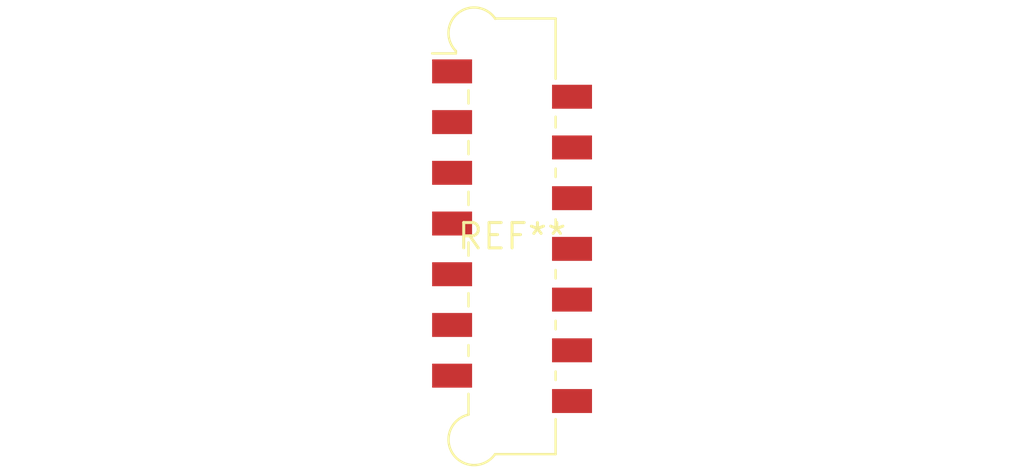
<source format=kicad_pcb>
(kicad_pcb (version 20240108) (generator pcbnew)
  (layers (0 "F.Cu" signal) (31 "B.Cu" signal) (34 "B.Paste" user) (35 "F.Paste" user) (36 "B.SilkS" user "B.Silkscreen") (37 "F.SilkS" user "F.Silkscreen") (38 "B.Mask" user) (39 "F.Mask" user) (44 "Edge.Cuts" user))
  (net 0 "")
  (footprint "Molex_Picoflex_90814-0014_2x07_P1.27mm_Vertical" (layer "F.Cu") (at 0 0)
    (property "Reference" "REF**")
    (property "Value" "Molex_Picoflex_90814-0014_2x07_P1.27mm_Vertical")
    (fp_line (start -2.81 -9.28) (end -2.81 -9.16) (layer "F.SilkS") (stroke (width 0.12)))
    (fp_line (start -2.81 -9.16) (end -4 -9.16) (layer "F.SilkS") (stroke (width 0.12)))
    (fp_line (start -2.18 -6.65) (end -2.18 -7.31) (layer "F.SilkS") (stroke (width 0.12)))
    (fp_line (start -2.18 -4.11) (end -2.18 -4.77) (layer "F.SilkS") (stroke (width 0.12)))
    (fp_line (start -2.18 -1.57) (end -2.18 -2.23) (layer "F.SilkS") (stroke (width 0.12)))
    (fp_line (start -2.18 0.97) (end -2.18 0.31) (layer "F.SilkS") (stroke (width 0.12)))
    (fp_line (start -2.18 3.51) (end -2.18 2.85) (layer "F.SilkS") (stroke (width 0.12)))
    (fp_line (start -2.18 5.99) (end -2.18 5.45) (layer "F.SilkS") (stroke (width 0.12)))
    (fp_line (start -2.18 8.93) (end -2.18 7.89) (layer "F.SilkS") (stroke (width 0.12)))
    (fp_line (start 2.18 -10.91) (end -0.82 -10.91) (layer "F.SilkS") (stroke (width 0.12)))
    (fp_line (start 2.18 -10.91) (end 2.18 -7.89) (layer "F.SilkS") (stroke (width 0.12)))
    (fp_line (start 2.18 -5.99) (end 2.18 -5.45) (layer "F.SilkS") (stroke (width 0.12)))
    (fp_line (start 2.18 -3.39) (end 2.18 -2.97) (layer "F.SilkS") (stroke (width 0.12)))
    (fp_line (start 2.18 -0.85) (end 2.18 -0.43) (layer "F.SilkS") (stroke (width 0.12)))
    (fp_line (start 2.18 1.69) (end 2.18 2.11) (layer "F.SilkS") (stroke (width 0.12)))
    (fp_line (start 2.18 4.23) (end 2.18 4.66) (layer "F.SilkS") (stroke (width 0.12)))
    (fp_line (start 2.18 6.77) (end 2.18 7.2) (layer "F.SilkS") (stroke (width 0.12)))
    (fp_line (start 2.18 9.16) (end 2.18 10.91) (layer "F.SilkS") (stroke (width 0.12)))
    (fp_line (start 2.18 10.91) (end -0.85 10.91) (layer "F.SilkS") (stroke (width 0.12)))
    (fp_arc (start -2.81 -9.28) (mid -2.708637 -11.172072) (end -0.834991 -10.889828) (layer "F.SilkS") (stroke (width 0.12)))
    (fp_arc (start -0.85 10.91) (mid -2.962791 10.891248) (end -2.174424 8.930964) (layer "F.SilkS") (stroke (width 0.12)))
    (pad "" np_thru_hole circle (at -1.9 -10.18) (size 1.9 1.9) (drill 1.9) (layers *.Cu *.Mask))
    (pad "" np_thru_hole circle (at -1.9 10.18) (size 1.9 1.9) (drill 1.9) (layers *.Cu *.Mask))
    (pad "1" smd rect (at -3 -8.26) (size 2 1.2) (layers "F.Cu" "F.Paste" "F.Mask"))
    (pad "2" smd rect (at 3 -6.99) (size 2 1.2) (layers "F.Cu" "F.Paste" "F.Mask"))
    (pad "3" smd rect (at -3 -5.72) (size 2 1.2) (layers "F.Cu" "F.Paste" "F.Mask"))
    (pad "4" smd rect (at 3 -4.45) (size 2 1.2) (layers "F.Cu" "F.Paste" "F.Mask"))
    (pad "5" smd rect (at -3 -3.18) (size 2 1.2) (layers "F.Cu" "F.Paste" "F.Mask"))
    (pad "6" smd rect (at 3 -1.91) (size 2 1.2) (layers "F.Cu" "F.Paste" "F.Mask"))
    (pad "7" smd rect (at -3 -0.64) (size 2 1.2) (layers "F.Cu" "F.Paste" "F.Mask"))
    (pad "8" smd rect (at 3 0.63) (size 2 1.2) (layers "F.Cu" "F.Paste" "F.Mask"))
    (pad "9" smd rect (at -3 1.9) (size 2 1.2) (layers "F.Cu" "F.Paste" "F.Mask"))
    (pad "10" smd rect (at 3 3.17) (size 2 1.2) (layers "F.Cu" "F.Paste" "F.Mask"))
    (pad "11" smd rect (at -3 4.44) (size 2 1.2) (layers "F.Cu" "F.Paste" "F.Mask"))
    (pad "12" smd rect (at 3 5.71) (size 2 1.2) (layers "F.Cu" "F.Paste" "F.Mask"))
    (pad "13" smd rect (at -3 6.98) (size 2 1.2) (layers "F.Cu" "F.Paste" "F.Mask"))
    (pad "14" smd rect (at 3 8.25) (size 2 1.2) (layers "F.Cu" "F.Paste" "F.Mask"))
  )
)
</source>
